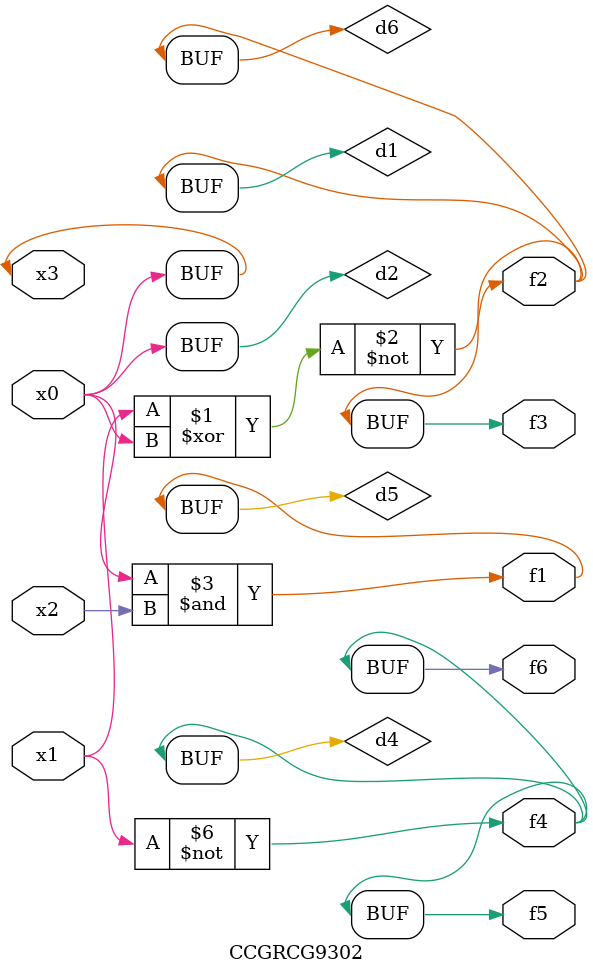
<source format=v>
module CCGRCG9302(
	input x0, x1, x2, x3,
	output f1, f2, f3, f4, f5, f6
);

	wire d1, d2, d3, d4, d5, d6;

	xnor (d1, x1, x3);
	buf (d2, x0, x3);
	nand (d3, x0, x2);
	not (d4, x1);
	nand (d5, d3);
	or (d6, d1);
	assign f1 = d5;
	assign f2 = d6;
	assign f3 = d6;
	assign f4 = d4;
	assign f5 = d4;
	assign f6 = d4;
endmodule

</source>
